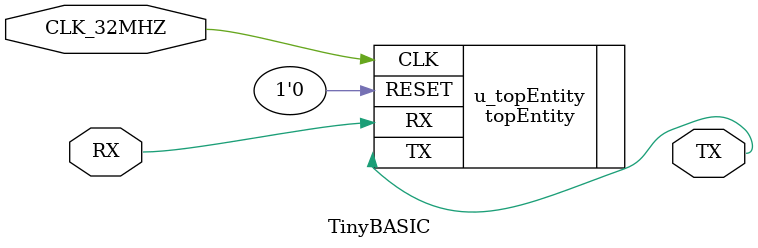
<source format=v>
module TinyBASIC(
           input        CLK_32MHZ,
           input        RX,
           output       TX
           );

   topEntity u_topEntity
     (.CLK(CLK_32MHZ),
      .RESET(1'b0),
      .RX(RX),
      .TX(TX)
      );

endmodule

</source>
